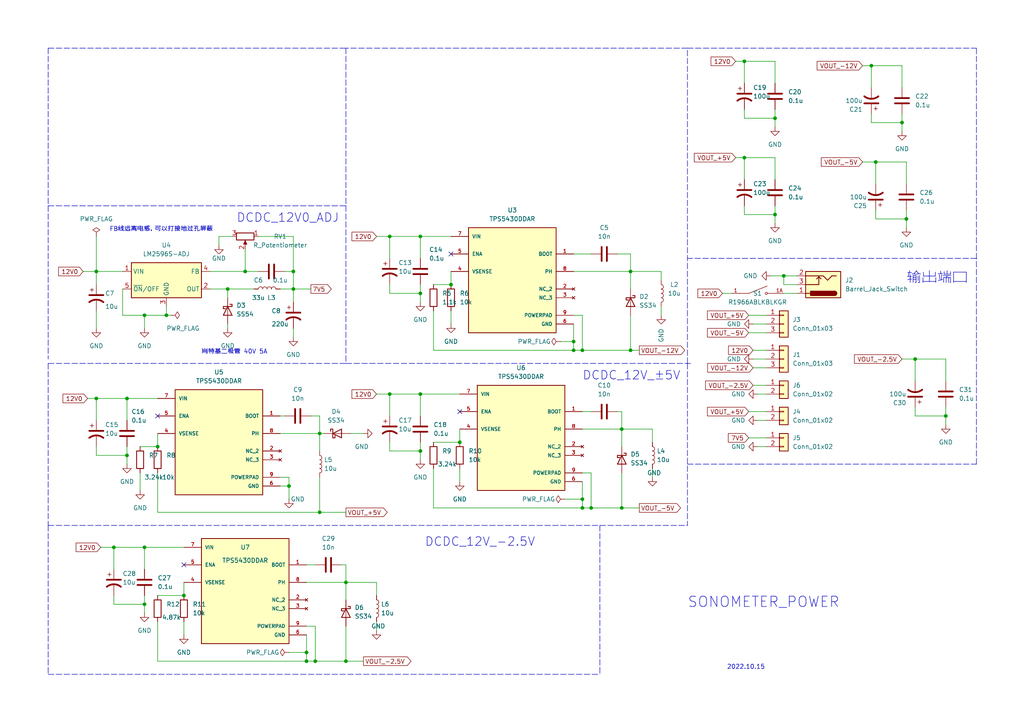
<source format=kicad_sch>
(kicad_sch (version 20211123) (generator eeschema)
  (paper "A4")
  (lib_symbols
    (symbol "Connector:Barrel_Jack_Switch" (pin_names hide)
      (property "Reference" "J" (at 0 5.334 0))
      (property "Value" "Barrel_Jack_Switch" (at 0 -5.08 0))
      (symbol "Barrel_Jack_Switch_0_1"
        (rectangle (start -5.08 3.81) (end 5.08 -3.81) (stroke (width 0.254)) (fill (type background)))
        (arc (start -3.302 3.175) (mid -3.937 2.54) (end -3.302 1.905) (stroke (width 0.254)))
        (arc (start -3.302 3.175) (mid -3.937 2.54) (end -3.302 1.905) (stroke (width 0.254)) (fill (type outline)))
        (polyline (pts (xy 1.27 -2.286) (xy 1.905 -1.651)) (stroke (width 0.254)))
        (polyline (pts (xy 5.08 2.54) (xy 3.81 2.54)) (stroke (width 0.254)))
        (polyline (pts (xy 5.08 0) (xy 1.27 0) (xy 1.27 -2.286) (xy 0.635 -1.651)) (stroke (width 0.254)))
        (polyline (pts (xy -3.81 -2.54) (xy -2.54 -2.54) (xy -1.27 -1.27) (xy 0 -2.54) (xy 2.54 -2.54) (xy 5.08 -2.54)) (stroke (width 0.254)))
        (rectangle (start 3.683 3.175) (end -3.302 1.905) (stroke (width 0.254)) (fill (type outline)))
      )
      (symbol "Barrel_Jack_Switch_1_1"
        (pin passive line (at 7.62 2.54 180) (length 2.54) (name "~") (number "1"))
        (pin passive line (at 7.62 -2.54 180) (length 2.54) (name "~") (number "2"))
        (pin passive line (at 7.62 0 180) (length 2.54) (name "~") (number "3"))
      )
    )
    (symbol "Connector_Generic:Conn_01x02" (pin_names (offset 1.016) hide)
      (property "Reference" "J" (at 0 2.54 0))
      (property "Value" "Conn_01x02" (at 0 -5.08 0))
      (symbol "Conn_01x02_1_1"
        (rectangle (start -1.27 -2.413) (end 0 -2.667) (stroke (width 0.1524)))
        (rectangle (start -1.27 0.127) (end 0 -0.127) (stroke (width 0.1524)))
        (rectangle (start -1.27 1.27) (end 1.27 -3.81) (stroke (width 0.254)) (fill (type background)))
        (pin passive line (at -5.08 0 0) (length 3.81) (name "Pin_1") (number "1"))
        (pin passive line (at -5.08 -2.54 0) (length 3.81) (name "Pin_2") (number "2"))
      )
    )
    (symbol "Connector_Generic:Conn_01x03" (pin_names (offset 1.016) hide)
      (property "Reference" "J" (at 0 5.08 0))
      (property "Value" "Conn_01x03" (at 0 -5.08 0))
      (symbol "Conn_01x03_1_1"
        (rectangle (start -1.27 -2.413) (end 0 -2.667) (stroke (width 0.1524)))
        (rectangle (start -1.27 0.127) (end 0 -0.127) (stroke (width 0.1524)))
        (rectangle (start -1.27 2.667) (end 0 2.413) (stroke (width 0.1524)))
        (rectangle (start -1.27 3.81) (end 1.27 -3.81) (stroke (width 0.254)) (fill (type background)))
        (pin passive line (at -5.08 2.54 0) (length 3.81) (name "Pin_1") (number "1"))
        (pin passive line (at -5.08 0 0) (length 3.81) (name "Pin_2") (number "2"))
        (pin passive line (at -5.08 -2.54 0) (length 3.81) (name "Pin_3") (number "3"))
      )
    )
    (symbol "Device:C" (pin_numbers hide) (pin_names (offset 0.254))
      (property "Reference" "C" (at 0.635 2.54 0))
      (property "Value" "C" (at 0.635 -2.54 0))
      (symbol "C_0_1"
        (polyline (pts (xy -2.032 -0.762) (xy 2.032 -0.762)) (stroke (width 0.508)))
        (polyline (pts (xy -2.032 0.762) (xy 2.032 0.762)) (stroke (width 0.508)))
      )
      (symbol "C_1_1"
        (pin passive line (at 0 3.81 270) (length 2.794) (name "~") (number "1"))
        (pin passive line (at 0 -3.81 90) (length 2.794) (name "~") (number "2"))
      )
    )
    (symbol "Device:C_Polarized_US" (pin_numbers hide) (pin_names (offset 0.254) hide)
      (property "Reference" "C" (at 0.635 2.54 0))
      (property "Value" "C_Polarized_US" (at 0.635 -2.54 0))
      (symbol "C_Polarized_US_0_1"
        (polyline (pts (xy -2.032 0.762) (xy 2.032 0.762)) (stroke (width 0.508)))
        (polyline (pts (xy -1.778 2.286) (xy -0.762 2.286)))
        (polyline (pts (xy -1.27 1.778) (xy -1.27 2.794)))
        (arc (start 2.032 -1.27) (mid 0 -0.5572) (end -2.032 -1.27) (stroke (width 0.508)))
      )
      (symbol "C_Polarized_US_1_1"
        (pin passive line (at 0 3.81 270) (length 2.794) (name "~") (number "1"))
        (pin passive line (at 0 -3.81 90) (length 3.302) (name "~") (number "2"))
      )
    )
    (symbol "Device:D_Schottky" (pin_numbers hide) (pin_names (offset 1.016) hide)
      (property "Reference" "D" (at 0 2.54 0))
      (property "Value" "D_Schottky" (at 0 -2.54 0))
      (symbol "D_Schottky_0_1"
        (polyline (pts (xy 1.27 0) (xy -1.27 0)))
        (polyline (pts (xy 1.27 1.27) (xy 1.27 -1.27) (xy -1.27 0) (xy 1.27 1.27)) (stroke (width 0.254)))
        (polyline (pts (xy -1.905 0.635) (xy -1.905 1.27) (xy -1.27 1.27) (xy -1.27 -1.27) (xy -0.635 -1.27) (xy -0.635 -0.635)) (stroke (width 0.254)))
      )
      (symbol "D_Schottky_1_1"
        (pin passive line (at -3.81 0 0) (length 2.54) (name "K") (number "1"))
        (pin passive line (at 3.81 0 180) (length 2.54) (name "A") (number "2"))
      )
    )
    (symbol "Device:L" (pin_numbers hide) (pin_names (offset 1.016) hide)
      (property "Reference" "L" (at -1.27 0 90))
      (property "Value" "L" (at 1.905 0 90))
      (symbol "L_0_1"
        (arc (start 0 -2.54) (mid 0.635 -1.905) (end 0 -1.27))
        (arc (start 0 -1.27) (mid 0.635 -0.635) (end 0 0))
        (arc (start 0 0) (mid 0.635 0.635) (end 0 1.27))
        (arc (start 0 1.27) (mid 0.635 1.905) (end 0 2.54))
      )
      (symbol "L_1_1"
        (pin passive line (at 0 3.81 270) (length 1.27) (name "1") (number "1"))
        (pin passive line (at 0 -3.81 90) (length 1.27) (name "2") (number "2"))
      )
    )
    (symbol "Device:R" (pin_numbers hide) (pin_names (offset 0))
      (property "Reference" "R" (at 2.032 0 90))
      (property "Value" "R" (at 0 0 90))
      (symbol "R_0_1"
        (rectangle (start -1.016 -2.54) (end 1.016 2.54) (stroke (width 0.254)))
      )
      (symbol "R_1_1"
        (pin passive line (at 0 3.81 270) (length 1.27) (name "~") (number "1"))
        (pin passive line (at 0 -3.81 90) (length 1.27) (name "~") (number "2"))
      )
    )
    (symbol "Device:R_Potentiometer" (pin_names (offset 1.016) hide)
      (property "Reference" "RV" (at -4.445 0 90))
      (property "Value" "R_Potentiometer" (at -2.54 0 90))
      (symbol "R_Potentiometer_0_1"
        (polyline (pts (xy 2.54 0) (xy 1.524 0)))
        (polyline (pts (xy 1.143 0) (xy 2.286 0.508) (xy 2.286 -0.508) (xy 1.143 0)) (fill (type outline)))
        (rectangle (start 1.016 2.54) (end -1.016 -2.54) (stroke (width 0.254)))
      )
      (symbol "R_Potentiometer_1_1"
        (pin passive line (at 0 3.81 270) (length 1.27) (name "1") (number "1"))
        (pin passive line (at 3.81 0 180) (length 1.27) (name "2") (number "2"))
        (pin passive line (at 0 -3.81 90) (length 1.27) (name "3") (number "3"))
      )
    )
    (symbol "Power_Management:TPS5430DDAR" (pin_names (offset 1.016))
      (property "Reference" "U" (at -12.7 16.2306 0))
      (property "Value" "TPS5430DDAR" (at -12.7 -19.2278 0))
      (symbol "TPS5430DDAR_0_0"
        (rectangle (start -12.7 -15.24) (end 12.7 15.24) (stroke (width 0.254)) (fill (type background)))
        (pin output line (at 17.78 7.62 180) (length 5.08) (name "BOOT") (number "1"))
        (pin no_connect line (at 17.78 -2.54 180) (length 5.08) (name "NC_2") (number "2"))
        (pin no_connect line (at 17.78 -5.08 180) (length 5.08) (name "NC_3") (number "3"))
        (pin input line (at -17.78 2.54 0) (length 5.08) (name "VSENSE") (number "4"))
        (pin input line (at -17.78 7.62 0) (length 5.08) (name "ENA") (number "5"))
        (pin power_in line (at 17.78 -12.7 180) (length 5.08) (name "GND") (number "6"))
        (pin power_in line (at -17.78 12.7 0) (length 5.08) (name "VIN") (number "7"))
        (pin bidirectional line (at 17.78 2.54 180) (length 5.08) (name "PH") (number "8"))
        (pin power_in line (at 17.78 -10.16 180) (length 5.08) (name "POWERPAD") (number "9"))
      )
    )
    (symbol "Regulator_Switching:LM2596S-ADJ"
      (property "Reference" "U" (at -10.16 6.35 0))
      (property "Value" "LM2596S-ADJ" (at 0 6.35 0))
      (symbol "LM2596S-ADJ_0_1"
        (rectangle (start -10.16 5.08) (end 10.16 -5.08) (stroke (width 0.254)) (fill (type background)))
      )
      (symbol "LM2596S-ADJ_1_1"
        (pin power_in line (at -12.7 2.54 0) (length 2.54) (name "VIN") (number "1"))
        (pin output line (at 12.7 -2.54 180) (length 2.54) (name "OUT") (number "2"))
        (pin power_in line (at 0 -7.62 90) (length 2.54) (name "GND") (number "3"))
        (pin input line (at 12.7 2.54 180) (length 2.54) (name "FB") (number "4"))
        (pin input line (at -12.7 -2.54 0) (length 2.54) (name "~{ON}/OFF") (number "5"))
      )
    )
    (symbol "Switch:R1966ABLKBLKGR" (pin_names (offset 1.016) hide)
      (property "Reference" "S" (at -5.08 5.08 0))
      (property "Value" "R1966ABLKBLKGR" (at -5.08 -5.08 0))
      (symbol "R1966ABLKBLKGR_0_0"
        (polyline (pts (xy -2.54 0) (xy -5.08 0)) (stroke (width 0.1524)))
        (polyline (pts (xy -2.54 0) (xy 2.794 2.1336)) (stroke (width 0.1524)))
        (polyline (pts (xy 5.08 0) (xy 2.921 0)) (stroke (width 0.1524)))
        (circle (center 2.54 0) (radius 0.3302) (stroke (width 0.1524)))
        (pin passive line (at -7.62 0 0) (length 2.54) (name "~") (number "1"))
        (pin passive line (at 7.62 0 180) (length 2.54) (name "~") (number "1A"))
      )
    )
    (symbol "power:GND" (power) (pin_names (offset 0))
      (property "Value" "GND" (at 0 -3.81 0))
      (symbol "GND_0_1"
        (polyline (pts (xy 0 0) (xy 0 -1.27) (xy 1.27 -1.27) (xy 0 -2.54) (xy -1.27 -1.27) (xy 0 -1.27)))
      )
      (symbol "GND_1_1"
        (pin power_in line (at 0 0 270) (length 0) hide (name "GND") (number "1"))
      )
    )
    (symbol "power:PWR_FLAG" (power) (pin_numbers hide) (pin_names (offset 0) hide)
      (property "Value" "PWR_FLAG" (at 0 3.81 0))
      (symbol "PWR_FLAG_0_0"
        (pin power_out line (at 0 0 90) (length 0) (name "pwr") (number "1"))
      )
      (symbol "PWR_FLAG_0_1"
        (polyline (pts (xy 0 0) (xy 0 1.27) (xy -1.016 1.905) (xy 0 2.54) (xy 1.016 1.905) (xy 0 1.27)))
      )
    )
  )
  (junction (at 168.91 147.32))
  (junction (at 71.12 78.74))
  (junction (at 168.91 144.78))
  (junction (at 27.94 115.57))
  (junction (at 41.91 158.75))
  (junction (at 92.71 148.59))
  (junction (at 180.34 124.46))
  (junction (at 121.92 130.81))
  (junction (at 100.33 168.91))
  (junction (at 227.33 80.01))
  (junction (at 113.03 68.58))
  (junction (at 166.37 99.06))
  (junction (at 36.83 132.08))
  (junction (at 41.91 91.44))
  (junction (at 27.94 78.74))
  (junction (at 182.88 78.74))
  (junction (at 274.32 120.65))
  (junction (at 121.92 85.09))
  (junction (at 100.33 191.77))
  (junction (at 85.09 83.82))
  (junction (at 168.91 101.6))
  (junction (at 45.72 129.54))
  (junction (at 48.26 91.44))
  (junction (at 53.34 172.72))
  (junction (at 180.34 147.32))
  (junction (at 261.62 35.56))
  (junction (at 130.81 82.55))
  (junction (at 121.92 68.58))
  (junction (at 224.79 34.29))
  (junction (at 33.02 158.75))
  (junction (at 88.9 189.23))
  (junction (at 36.83 115.57))
  (junction (at 92.71 125.73))
  (junction (at 66.04 83.82))
  (junction (at 85.09 78.74))
  (junction (at 91.44 191.77))
  (junction (at 121.92 114.3))
  (junction (at 133.35 128.27))
  (junction (at 224.79 62.23))
  (junction (at 252.73 19.05))
  (junction (at 182.88 101.6))
  (junction (at 166.37 101.6))
  (junction (at 215.9 17.78))
  (junction (at 215.9 45.72))
  (junction (at 262.89 63.5))
  (junction (at 88.9 191.77))
  (junction (at 83.82 140.97))
  (junction (at 265.43 104.14))
  (junction (at 113.03 114.3))
  (junction (at 41.91 175.26))
  (junction (at 171.45 147.32))
  (junction (at 254 46.99))
  (no_connect (at 130.81 73.66))
  (no_connect (at 133.35 119.38))
  (no_connect (at 45.72 120.65))
  (no_connect (at 53.34 163.83))
  (polyline (pts (xy 199.39 105.41) (xy 199.39 152.4)))
  (wire (pts (xy 171.45 137.16) (xy 171.45 147.32)))
  (wire (pts (xy 218.44 104.14) (xy 222.25 104.14)))
  (wire (pts (xy 274.32 118.11) (xy 274.32 120.65)))
  (polyline (pts (xy 13.97 13.97) (xy 13.97 59.69)))
  (wire (pts (xy 88.9 168.91) (xy 100.33 168.91)))
  (wire (pts (xy 33.02 172.72) (xy 33.02 175.26)))
  (wire (pts (xy 182.88 78.74) (xy 191.77 78.74)))
  (wire (pts (xy 125.73 128.27) (xy 133.35 128.27)))
  (wire (pts (xy 262.89 63.5) (xy 262.89 66.04)))
  (wire (pts (xy 265.43 104.14) (xy 274.32 104.14)))
  (wire (pts (xy 252.73 19.05) (xy 252.73 25.4)))
  (wire (pts (xy 35.56 91.44) (xy 41.91 91.44)))
  (wire (pts (xy 45.72 191.77) (xy 88.9 191.77)))
  (wire (pts (xy 180.34 124.46) (xy 180.34 129.54)))
  (wire (pts (xy 36.83 115.57) (xy 45.72 115.57)))
  (wire (pts (xy 218.44 101.6) (xy 222.25 101.6)))
  (wire (pts (xy 45.72 137.16) (xy 45.72 148.59)))
  (wire (pts (xy 121.92 68.58) (xy 121.92 74.93)))
  (wire (pts (xy 92.71 120.65) (xy 90.17 120.65)))
  (wire (pts (xy 209.55 85.09) (xy 212.09 85.09)))
  (wire (pts (xy 81.28 125.73) (xy 92.71 125.73)))
  (wire (pts (xy 180.34 147.32) (xy 185.42 147.32)))
  (wire (pts (xy 113.03 68.58) (xy 121.92 68.58)))
  (wire (pts (xy 252.73 33.02) (xy 252.73 35.56)))
  (wire (pts (xy 168.91 144.78) (xy 168.91 147.32)))
  (wire (pts (xy 27.94 115.57) (xy 36.83 115.57)))
  (polyline (pts (xy 13.97 59.69) (xy 13.97 104.14)))
  (wire (pts (xy 85.09 68.58) (xy 85.09 78.74)))
  (wire (pts (xy 109.22 168.91) (xy 109.22 172.72)))
  (wire (pts (xy 40.64 137.16) (xy 40.64 142.24)))
  (wire (pts (xy 125.73 135.89) (xy 125.73 147.32)))
  (wire (pts (xy 265.43 104.14) (xy 265.43 110.49)))
  (wire (pts (xy 27.94 68.58) (xy 27.94 78.74)))
  (wire (pts (xy 27.94 78.74) (xy 27.94 82.55)))
  (wire (pts (xy 27.94 129.54) (xy 27.94 132.08)))
  (wire (pts (xy 261.62 104.14) (xy 265.43 104.14)))
  (wire (pts (xy 27.94 115.57) (xy 27.94 121.92)))
  (wire (pts (xy 125.73 82.55) (xy 130.81 82.55)))
  (wire (pts (xy 121.92 114.3) (xy 121.92 120.65)))
  (wire (pts (xy 48.26 91.44) (xy 48.26 88.9)))
  (wire (pts (xy 218.44 111.76) (xy 222.25 111.76)))
  (polyline (pts (xy 13.97 152.4) (xy 199.39 152.4)))
  (wire (pts (xy 92.71 125.73) (xy 92.71 120.65)))
  (wire (pts (xy 125.73 147.32) (xy 168.91 147.32)))
  (wire (pts (xy 88.9 163.83) (xy 91.44 163.83)))
  (polyline (pts (xy 13.97 152.4) (xy 13.97 195.58)))
  (wire (pts (xy 41.91 91.44) (xy 48.26 91.44)))
  (polyline (pts (xy 283.21 74.93) (xy 199.39 74.93)))
  (wire (pts (xy 91.44 181.61) (xy 91.44 191.77)))
  (wire (pts (xy 130.81 78.74) (xy 130.81 82.55)))
  (wire (pts (xy 121.92 114.3) (xy 133.35 114.3)))
  (wire (pts (xy 27.94 90.17) (xy 27.94 95.25)))
  (wire (pts (xy 85.09 83.82) (xy 90.17 83.82)))
  (wire (pts (xy 82.55 78.74) (xy 85.09 78.74)))
  (wire (pts (xy 261.62 33.02) (xy 261.62 35.56)))
  (wire (pts (xy 121.92 130.81) (xy 121.92 133.35)))
  (wire (pts (xy 66.04 95.25) (xy 66.04 93.98)))
  (wire (pts (xy 125.73 101.6) (xy 166.37 101.6)))
  (wire (pts (xy 166.37 99.06) (xy 166.37 101.6)))
  (wire (pts (xy 41.91 158.75) (xy 53.34 158.75)))
  (wire (pts (xy 254 60.96) (xy 254 63.5)))
  (wire (pts (xy 100.33 181.61) (xy 100.33 191.77)))
  (wire (pts (xy 40.64 129.54) (xy 45.72 129.54)))
  (wire (pts (xy 252.73 19.05) (xy 261.62 19.05)))
  (wire (pts (xy 166.37 91.44) (xy 168.91 91.44)))
  (polyline (pts (xy 13.97 105.41) (xy 100.33 105.41)))
  (wire (pts (xy 261.62 35.56) (xy 261.62 38.1)))
  (wire (pts (xy 218.44 106.68) (xy 222.25 106.68)))
  (wire (pts (xy 33.02 158.75) (xy 33.02 165.1)))
  (wire (pts (xy 49.53 91.44) (xy 48.26 91.44)))
  (wire (pts (xy 101.6 125.73) (xy 105.41 125.73)))
  (wire (pts (xy 88.9 184.15) (xy 88.9 189.23)))
  (wire (pts (xy 191.77 88.9) (xy 191.77 91.44)))
  (wire (pts (xy 60.96 78.74) (xy 71.12 78.74)))
  (wire (pts (xy 224.79 34.29) (xy 224.79 36.83)))
  (wire (pts (xy 113.03 114.3) (xy 121.92 114.3)))
  (wire (pts (xy 261.62 19.05) (xy 261.62 25.4)))
  (wire (pts (xy 191.77 78.74) (xy 191.77 81.28)))
  (polyline (pts (xy 13.97 105.41) (xy 13.97 152.4)))
  (wire (pts (xy 250.19 19.05) (xy 252.73 19.05)))
  (wire (pts (xy 223.52 80.01) (xy 227.33 80.01)))
  (wire (pts (xy 189.23 124.46) (xy 189.23 128.27)))
  (polyline (pts (xy 199.39 13.97) (xy 100.33 13.97)))
  (wire (pts (xy 24.13 78.74) (xy 27.94 78.74)))
  (wire (pts (xy 133.35 124.46) (xy 133.35 128.27)))
  (wire (pts (xy 182.88 101.6) (xy 185.42 101.6)))
  (wire (pts (xy 109.22 180.34) (xy 109.22 182.88)))
  (wire (pts (xy 180.34 137.16) (xy 180.34 147.32)))
  (wire (pts (xy 71.12 78.74) (xy 71.12 72.39)))
  (wire (pts (xy 85.09 87.63) (xy 85.09 83.82)))
  (wire (pts (xy 113.03 85.09) (xy 121.92 85.09)))
  (wire (pts (xy 83.82 138.43) (xy 83.82 140.97)))
  (wire (pts (xy 66.04 83.82) (xy 73.66 83.82)))
  (wire (pts (xy 168.91 124.46) (xy 180.34 124.46)))
  (wire (pts (xy 262.89 60.96) (xy 262.89 63.5)))
  (wire (pts (xy 168.91 139.7) (xy 168.91 144.78)))
  (wire (pts (xy 41.91 175.26) (xy 41.91 177.8)))
  (wire (pts (xy 109.22 114.3) (xy 113.03 114.3)))
  (wire (pts (xy 231.14 82.55) (xy 227.33 82.55)))
  (wire (pts (xy 217.17 96.52) (xy 222.25 96.52)))
  (wire (pts (xy 45.72 125.73) (xy 45.72 129.54)))
  (wire (pts (xy 45.72 172.72) (xy 53.34 172.72)))
  (wire (pts (xy 252.73 35.56) (xy 261.62 35.56)))
  (wire (pts (xy 53.34 168.91) (xy 53.34 172.72)))
  (wire (pts (xy 125.73 90.17) (xy 125.73 101.6)))
  (polyline (pts (xy 100.33 13.97) (xy 100.33 59.69)))
  (wire (pts (xy 45.72 148.59) (xy 92.71 148.59)))
  (wire (pts (xy 41.91 158.75) (xy 41.91 165.1)))
  (wire (pts (xy 100.33 163.83) (xy 99.06 163.83)))
  (wire (pts (xy 168.91 91.44) (xy 168.91 101.6)))
  (polyline (pts (xy 199.39 13.97) (xy 283.21 13.97)))
  (wire (pts (xy 224.79 17.78) (xy 224.79 24.13)))
  (polyline (pts (xy 13.97 195.58) (xy 173.99 195.58)))
  (wire (pts (xy 36.83 115.57) (xy 36.83 121.92)))
  (wire (pts (xy 81.28 140.97) (xy 83.82 140.97)))
  (wire (pts (xy 166.37 78.74) (xy 182.88 78.74)))
  (wire (pts (xy 215.9 45.72) (xy 224.79 45.72)))
  (wire (pts (xy 36.83 132.08) (xy 36.83 134.62)))
  (wire (pts (xy 180.34 124.46) (xy 189.23 124.46)))
  (wire (pts (xy 83.82 189.23) (xy 88.9 189.23)))
  (wire (pts (xy 168.91 147.32) (xy 171.45 147.32)))
  (wire (pts (xy 25.4 115.57) (xy 27.94 115.57)))
  (wire (pts (xy 113.03 68.58) (xy 113.03 74.93)))
  (wire (pts (xy 166.37 73.66) (xy 171.45 73.66)))
  (wire (pts (xy 81.28 138.43) (xy 83.82 138.43)))
  (wire (pts (xy 113.03 128.27) (xy 113.03 130.81)))
  (wire (pts (xy 33.02 158.75) (xy 41.91 158.75)))
  (wire (pts (xy 113.03 114.3) (xy 113.03 120.65)))
  (wire (pts (xy 74.93 68.58) (xy 85.09 68.58)))
  (wire (pts (xy 166.37 101.6) (xy 168.91 101.6)))
  (wire (pts (xy 215.9 17.78) (xy 224.79 17.78)))
  (wire (pts (xy 215.9 62.23) (xy 224.79 62.23)))
  (wire (pts (xy 121.92 85.09) (xy 121.92 87.63)))
  (wire (pts (xy 227.33 85.09) (xy 231.14 85.09)))
  (wire (pts (xy 63.5 68.58) (xy 63.5 71.12)))
  (wire (pts (xy 215.9 17.78) (xy 215.9 24.13)))
  (wire (pts (xy 222.25 91.44) (xy 217.17 91.44)))
  (wire (pts (xy 182.88 91.44) (xy 182.88 101.6)))
  (wire (pts (xy 265.43 120.65) (xy 274.32 120.65)))
  (wire (pts (xy 213.36 45.72) (xy 215.9 45.72)))
  (wire (pts (xy 88.9 181.61) (xy 91.44 181.61)))
  (wire (pts (xy 85.09 95.25) (xy 85.09 97.79)))
  (wire (pts (xy 224.79 45.72) (xy 224.79 52.07)))
  (wire (pts (xy 71.12 78.74) (xy 74.93 78.74)))
  (polyline (pts (xy 283.21 13.97) (xy 283.21 74.93)))
  (wire (pts (xy 215.9 31.75) (xy 215.9 34.29)))
  (wire (pts (xy 100.33 168.91) (xy 109.22 168.91)))
  (wire (pts (xy 113.03 82.55) (xy 113.03 85.09)))
  (wire (pts (xy 109.22 68.58) (xy 113.03 68.58)))
  (wire (pts (xy 224.79 31.75) (xy 224.79 34.29)))
  (wire (pts (xy 41.91 172.72) (xy 41.91 175.26)))
  (wire (pts (xy 45.72 180.34) (xy 45.72 191.77)))
  (wire (pts (xy 133.35 135.89) (xy 133.35 139.7)))
  (wire (pts (xy 171.45 147.32) (xy 180.34 147.32)))
  (wire (pts (xy 83.82 140.97) (xy 83.82 144.78)))
  (wire (pts (xy 224.79 59.69) (xy 224.79 62.23)))
  (wire (pts (xy 29.21 158.75) (xy 33.02 158.75)))
  (wire (pts (xy 85.09 78.74) (xy 85.09 83.82)))
  (wire (pts (xy 218.44 93.98) (xy 222.25 93.98)))
  (wire (pts (xy 33.02 175.26) (xy 41.91 175.26)))
  (polyline (pts (xy 13.97 59.69) (xy 100.33 59.69)))
  (wire (pts (xy 41.91 91.44) (xy 41.91 95.25)))
  (polyline (pts (xy 100.33 105.41) (xy 200.66 105.41)))
  (wire (pts (xy 182.88 78.74) (xy 182.88 83.82)))
  (wire (pts (xy 121.92 68.58) (xy 130.81 68.58)))
  (wire (pts (xy 254 46.99) (xy 262.89 46.99)))
  (wire (pts (xy 219.71 121.92) (xy 222.25 121.92)))
  (wire (pts (xy 168.91 119.38) (xy 171.45 119.38)))
  (wire (pts (xy 81.28 83.82) (xy 85.09 83.82)))
  (wire (pts (xy 36.83 129.54) (xy 36.83 132.08)))
  (wire (pts (xy 88.9 189.23) (xy 88.9 191.77)))
  (wire (pts (xy 180.34 124.46) (xy 180.34 119.38)))
  (wire (pts (xy 215.9 45.72) (xy 215.9 52.07)))
  (wire (pts (xy 250.19 46.99) (xy 254 46.99)))
  (polyline (pts (xy 173.99 152.4) (xy 173.99 195.58)))
  (wire (pts (xy 168.91 137.16) (xy 171.45 137.16)))
  (wire (pts (xy 113.03 130.81) (xy 121.92 130.81)))
  (wire (pts (xy 35.56 83.82) (xy 35.56 91.44)))
  (polyline (pts (xy 13.97 13.97) (xy 100.33 13.97)))
  (wire (pts (xy 166.37 93.98) (xy 166.37 99.06)))
  (wire (pts (xy 182.88 73.66) (xy 179.07 73.66)))
  (wire (pts (xy 274.32 104.14) (xy 274.32 110.49)))
  (wire (pts (xy 27.94 132.08) (xy 36.83 132.08)))
  (polyline (pts (xy 283.21 134.62) (xy 283.21 74.93)))
  (wire (pts (xy 100.33 168.91) (xy 100.33 173.99)))
  (wire (pts (xy 121.92 82.55) (xy 121.92 85.09)))
  (wire (pts (xy 227.33 80.01) (xy 231.14 80.01)))
  (wire (pts (xy 274.32 120.65) (xy 274.32 123.19)))
  (wire (pts (xy 219.71 129.54) (xy 222.25 129.54)))
  (wire (pts (xy 213.36 17.78) (xy 215.9 17.78)))
  (wire (pts (xy 215.9 34.29) (xy 224.79 34.29)))
  (polyline (pts (xy 199.39 105.41) (xy 199.39 13.97)))
  (wire (pts (xy 254 63.5) (xy 262.89 63.5)))
  (wire (pts (xy 180.34 119.38) (xy 179.07 119.38)))
  (wire (pts (xy 227.33 82.55) (xy 227.33 80.01)))
  (wire (pts (xy 254 46.99) (xy 254 53.34)))
  (wire (pts (xy 100.33 191.77) (xy 105.41 191.77)))
  (wire (pts (xy 27.94 78.74) (xy 35.56 78.74)))
  (wire (pts (xy 92.71 125.73) (xy 92.71 130.81)))
  (wire (pts (xy 67.31 68.58) (xy 63.5 68.58)))
  (wire (pts (xy 60.96 83.82) (xy 66.04 83.82)))
  (polyline (pts (xy 100.33 59.69) (xy 100.33 105.41)))
  (wire (pts (xy 219.71 114.3) (xy 222.25 114.3)))
  (wire (pts (xy 92.71 148.59) (xy 100.33 148.59)))
  (wire (pts (xy 168.91 101.6) (xy 182.88 101.6)))
  (wire (pts (xy 53.34 180.34) (xy 53.34 184.15)))
  (wire (pts (xy 91.44 191.77) (xy 100.33 191.77)))
  (wire (pts (xy 217.17 127) (xy 222.25 127)))
  (wire (pts (xy 121.92 128.27) (xy 121.92 130.81)))
  (wire (pts (xy 265.43 118.11) (xy 265.43 120.65)))
  (wire (pts (xy 163.83 144.78) (xy 168.91 144.78)))
  (wire (pts (xy 162.56 99.06) (xy 166.37 99.06)))
  (wire (pts (xy 215.9 59.69) (xy 215.9 62.23)))
  (wire (pts (xy 88.9 191.77) (xy 91.44 191.77)))
  (wire (pts (xy 81.28 120.65) (xy 82.55 120.65)))
  (wire (pts (xy 100.33 168.91) (xy 100.33 163.83)))
  (wire (pts (xy 224.79 62.23) (xy 224.79 64.77)))
  (wire (pts (xy 130.81 90.17) (xy 130.81 93.98)))
  (wire (pts (xy 217.17 119.38) (xy 222.25 119.38)))
  (wire (pts (xy 189.23 135.89) (xy 189.23 138.43)))
  (polyline (pts (xy 199.39 134.62) (xy 283.21 134.62)))
  (wire (pts (xy 92.71 138.43) (xy 92.71 148.59)))
  (wire (pts (xy 66.04 83.82) (xy 66.04 86.36)))
  (wire (pts (xy 182.88 78.74) (xy 182.88 73.66)))
  (wire (pts (xy 92.71 125.73) (xy 93.98 125.73)))
  (wire (pts (xy 262.89 46.99) (xy 262.89 53.34)))
  (text "DCDC_12V_±5V" (at 168.91 110.49 0) (effects (font (size 2.5 2.5)) (justify left bottom)))
  (text "DCDC_12V0_ADJ" (at 68.58 64.77 0) (effects (font (size 2.5 2.5)) (justify left bottom)))
  (text "SONOMETER_POWER" (at 199.39 176.53 0) (effects (font (size 3 3)) (justify left bottom)))
  (text "2022.10.15" (at 210.82 194.31 0) (effects (font (size 1.27 1.27)) (justify left bottom)))
  (text "FB线远离电感，可以打接地过孔屏蔽" (at 31.75 67.31 0) (effects (font (size 1.27 1.27)) (justify left bottom)))
  (text "输出端口" (at 262.89 82.55 0) (effects (font (size 3 3)) (justify left bottom)))
  (text "肖特基二极管 40V 5A" (at 58.42 102.87 0) (effects (font (size 1.27 1.27)) (justify left bottom)))
  (text "DCDC_12V_-2.5V" (at 123.19 158.75 0) (effects (font (size 2.5 2.5)) (justify left bottom)))
  (global_label "VOUT_-12V" (shape input) (at 218.44 106.68 180) (property "Intersheet References" "${INTERSHEET_REFS}" (effects hide)))
  (global_label "12V0" (shape input) (at 29.21 158.75 180) (property "Intersheet References" "${INTERSHEET_REFS}" (effects hide)))
  (global_label "VOUT_-5V" (shape output) (at 185.42 147.32 0) (property "Intersheet References" "${INTERSHEET_REFS}" (effects hide)))
  (global_label "12V0" (shape input) (at 209.55 85.09 180) (property "Intersheet References" "${INTERSHEET_REFS}" (effects hide)))
  (global_label "12V0" (shape input) (at 218.44 101.6 180) (property "Intersheet References" "${INTERSHEET_REFS}" (effects hide)))
  (global_label "12V0" (shape input) (at 25.4 115.57 180) (property "Intersheet References" "${INTERSHEET_REFS}" (effects hide)))
  (global_label "VOUT_-5V" (shape input) (at 217.17 96.52 180) (property "Intersheet References" "${INTERSHEET_REFS}" (effects hide)))
  (global_label "VOUT_+5V" (shape output) (at 100.33 148.59 0) (property "Intersheet References" "${INTERSHEET_REFS}" (effects hide)))
  (global_label "VOUT_-2.5V" (shape output) (at 105.41 191.77 0) (property "Intersheet References" "${INTERSHEET_REFS}" (effects hide)))
  (global_label "VOUT_-5V" (shape input) (at 250.19 46.99 180) (property "Intersheet References" "${INTERSHEET_REFS}" (effects hide)))
  (global_label "12V0" (shape input) (at 109.22 114.3 180) (property "Intersheet References" "${INTERSHEET_REFS}" (effects hide)))
  (global_label "12V0" (shape input) (at 109.22 68.58 180) (property "Intersheet References" "${INTERSHEET_REFS}" (effects hide)))
  (global_label "12V0" (shape input) (at 24.13 78.74 180) (property "Intersheet References" "${INTERSHEET_REFS}" (effects hide)))
  (global_label "12V0" (shape input) (at 213.36 17.78 180) (property "Intersheet References" "${INTERSHEET_REFS}" (effects hide)))
  (global_label "VOUT_+5V" (shape input) (at 213.36 45.72 180) (property "Intersheet References" "${INTERSHEET_REFS}" (effects hide)))
  (global_label "VOUT_-2.5V" (shape input) (at 261.62 104.14 180) (property "Intersheet References" "${INTERSHEET_REFS}" (effects hide)))
  (global_label "7V5" (shape input) (at 217.17 127 180) (property "Intersheet References" "${INTERSHEET_REFS}" (effects hide)))
  (global_label "7V5" (shape output) (at 90.17 83.82 0) (property "Intersheet References" "${INTERSHEET_REFS}" (effects hide)))
  (global_label "VOUT_+5V" (shape input) (at 217.17 91.44 180) (property "Intersheet References" "${INTERSHEET_REFS}" (effects hide)))
  (global_label "VOUT_-12V" (shape input) (at 250.19 19.05 180) (property "Intersheet References" "${INTERSHEET_REFS}" (effects hide)))
  (global_label "VOUT_-12V" (shape output) (at 185.42 101.6 0) (property "Intersheet References" "${INTERSHEET_REFS}" (effects hide)))
  (global_label "VOUT_-2.5V" (shape input) (at 218.44 111.76 180) (property "Intersheet References" "${INTERSHEET_REFS}" (effects hide)))
  (global_label "VOUT_+5V" (shape input) (at 217.17 119.38 180) (property "Intersheet References" "${INTERSHEET_REFS}" (effects hide)))
  (symbol (lib_id "power:GND") (at 262.89 66.04 0) (unit 1)
    (property "Reference" "#PWR028" (effects hide))
    (property "Value" "GND" (at 262.89 71.12 0))
  )
  (symbol (lib_id "power:GND") (at 53.34 184.15 0) (unit 1)
    (property "Reference" "#PWR021" (effects hide))
    (property "Value" "GND" (at 53.34 189.23 0))
  )
  (symbol (lib_id "Device:C_Polarized_US") (at 27.94 125.73 0) (unit 1)
    (property "Reference" "C15" (at 30.48 123.19 0) (effects (justify left)))
    (property "Value" "10u" (at 30.48 125.73 0) (effects (justify left)))
    (property "Footprint" "Capacitor_SMD:C_0805_2012Metric" (effects hide))
  )
  (symbol (lib_id "Device:C_Polarized_US") (at 265.43 114.3 180) (unit 1)
    (property "Reference" "C30" (at 262.89 116.84 0) (effects (justify left)))
    (property "Value" "100u" (at 262.89 114.3 0) (effects (justify left)))
    (property "Footprint" "Capacitor_SMD:C_0805_2012Metric" (effects hide))
  )
  (symbol (lib_id "Device:R") (at 53.34 176.53 0) (unit 1)
    (property "Reference" "R11" (at 55.88 175.2599 0) (effects (justify left)))
    (property "Value" "10k" (at 55.88 177.7999 0) (effects (justify left)))
    (property "Footprint" "Resistor_SMD:R_0805_2012Metric" (effects hide))
  )
  (symbol (lib_id "power:GND") (at 85.09 97.79 0) (unit 1)
    (property "Reference" "#PWR015" (effects hide))
    (property "Value" "GND" (at 85.09 102.87 0))
  )
  (symbol (lib_id "Power_Management:TPS5430DDAR") (at 71.12 171.45 0) (unit 1)
    (property "Reference" "U7" (at 71.12 158.75 0))
    (property "Value" "TPS5430DDAR" (at 71.12 162.56 0))
    (property "Footprint" "Button_Switch_SMD:CONV_TPS5430DDAR" (effects hide))
    (property "PARTREV" "I" (effects hide))
    (property "MAXIMUM_PACKAGE_HEIGHT" "1.70 mm" (effects hide))
    (property "STANDARD" "Manufacturer Recommendations" (effects hide))
    (property "MANUFACTURER" "Texas Instruments" (effects hide))
  )
  (symbol (lib_id "Device:C_Polarized_US") (at 33.02 168.91 0) (unit 1)
    (property "Reference" "C28" (at 35.56 166.37 0) (effects (justify left)))
    (property "Value" "10u" (at 35.56 168.91 0) (effects (justify left)))
    (property "Footprint" "Capacitor_SMD:C_0805_2012Metric" (effects hide))
  )
  (symbol (lib_id "power:GND") (at 41.91 177.8 0) (unit 1)
    (property "Reference" "#PWR034" (effects hide))
    (property "Value" "GND" (at 41.91 182.88 0))
  )
  (symbol (lib_id "Device:D_Schottky") (at 66.04 90.17 270) (unit 1)
    (property "Reference" "D3" (at 68.58 88.5824 90) (effects (justify left)))
    (property "Value" "SS54" (at 68.58 91.1224 90) (effects (justify left)))
    (property "Footprint" "Diode_SMD:D_0805_2012Metric" (effects hide))
  )
  (symbol (lib_id "Device:C") (at 224.79 27.94 0) (unit 1)
    (property "Reference" "C20" (at 228.6 26.6699 0) (effects (justify left)))
    (property "Value" "0.1u" (at 228.6 29.2099 0) (effects (justify left)))
    (property "Footprint" "Capacitor_SMD:C_0805_2012Metric" (effects hide))
  )
  (symbol (lib_id "Connector:Barrel_Jack_Switch") (at 238.76 82.55 180) (unit 1)
    (property "Reference" "J2" (at 245.11 81.2799 0) (effects (justify right)))
    (property "Value" "Barrel_Jack_Switch" (at 245.11 83.8199 0) (effects (justify right)))
    (property "Footprint" "Connector_BarrelJack:BarrelJack_Horizontal" (effects hide))
  )
  (symbol (lib_id "Device:C_Polarized_US") (at 215.9 55.88 0) (unit 1)
    (property "Reference" "C23" (at 218.44 53.34 0) (effects (justify left)))
    (property "Value" "100u" (at 218.44 55.88 0) (effects (justify left)))
    (property "Footprint" "Capacitor_SMD:C_0805_2012Metric" (effects hide))
  )
  (symbol (lib_id "Device:L") (at 191.77 85.09 0) (unit 1)
    (property "Reference" "L2" (at 195.58 82.55 0))
    (property "Value" "10u" (at 195.58 85.09 0))
    (property "Footprint" "Inductor_SMD:L_7.3x7.3_H3.5" (effects hide))
  )
  (symbol (lib_id "Device:R") (at 125.73 86.36 0) (unit 1)
    (property "Reference" "R5" (at 128.27 85.0899 0) (effects (justify left)))
    (property "Value" "1.1k" (at 128.27 87.6299 0) (effects (justify left)))
    (property "Footprint" "Resistor_SMD:R_0805_2012Metric" (effects hide))
  )
  (symbol (lib_id "power:GND") (at 224.79 64.77 0) (unit 1)
    (property "Reference" "#PWR027" (effects hide))
    (property "Value" "GND" (at 224.79 69.85 0))
  )
  (symbol (lib_id "power:GND") (at 133.35 139.7 0) (unit 1)
    (property "Reference" "#PWR019" (effects hide))
    (property "Value" "GND" (at 133.35 144.78 0))
  )
  (symbol (lib_id "power:GND") (at 218.44 93.98 270) (unit 1)
    (property "Reference" "#PWR031" (effects hide))
    (property "Value" "GND" (at 210.82 93.98 90) (effects (justify left)))
  )
  (symbol (lib_id "Power_Management:TPS5430DDAR") (at 151.13 127 0) (unit 1)
    (property "Reference" "U6" (at 151.13 106.68 0))
    (property "Value" "TPS5430DDAR" (at 151.13 109.22 0))
    (property "Footprint" "Button_Switch_SMD:CONV_TPS5430DDAR" (effects hide))
    (property "PARTREV" "I" (effects hide))
    (property "MAXIMUM_PACKAGE_HEIGHT" "1.70 mm" (effects hide))
    (property "STANDARD" "Manufacturer Recommendations" (effects hide))
    (property "MANUFACTURER" "Texas Instruments" (effects hide))
  )
  (symbol (lib_id "Device:R") (at 130.81 86.36 0) (unit 1)
    (property "Reference" "R6" (at 133.35 85.0899 0) (effects (justify left)))
    (property "Value" "10k" (at 133.35 87.6299 0) (effects (justify left)))
    (property "Footprint" "Resistor_SMD:R_0805_2012Metric" (effects hide))
  )
  (symbol (lib_id "Regulator_Switching:LM2596S-ADJ") (at 48.26 81.28 0) (unit 1)
    (property "Reference" "U4" (at 48.26 71.12 0))
    (property "Value" "LM2596S-ADJ" (at 48.26 73.66 0))
    (property "Footprint" "Package_TO_SOT_SMD:TO-263-5_TabPin3" (effects hide))
    (property "Datasheet" "http://www.ti.com/lit/ds/symlink/lm2596.pdf" (effects hide))
    (property "Spice_Primitive" "X" (effects hide))
    (property "Spice_Model" "BUF_BASIC_GEN" (effects hide))
    (property "Spice_Netlist_Enabled" "Y" (effects hide))
    (property "Spice_Lib_File" "D:\\KiCad\\LM2596SX_ADJ-simulation\\LM2596_5P0_TRANS.LIB" (effects hide))
  )
  (symbol (lib_id "Device:C") (at 86.36 120.65 90) (unit 1)
    (property "Reference" "C9" (at 86.36 113.03 90))
    (property "Value" "10n" (at 86.36 115.57 90))
    (property "Footprint" "Capacitor_SMD:C_0805_2012Metric" (effects hide))
  )
  (symbol (lib_id "Device:C_Polarized_US") (at 27.94 86.36 0) (unit 1)
    (property "Reference" "C7" (at 30.48 85.09 0) (effects (justify left)))
    (property "Value" "10u" (at 30.48 88.9 0) (effects (justify left)))
    (property "Footprint" "Capacitor_SMD:C_0805_2012Metric" (effects hide))
  )
  (symbol (lib_id "Device:C_Polarized_US") (at 252.73 29.21 180) (unit 1)
    (property "Reference" "C21" (at 250.19 31.75 0) (effects (justify left)))
    (property "Value" "100u" (at 250.19 29.21 0) (effects (justify left)))
    (property "Footprint" "Capacitor_SMD:C_0805_2012Metric" (effects hide))
  )
  (symbol (lib_id "Device:R") (at 45.72 176.53 0) (unit 1)
    (property "Reference" "R12" (at 48.26 175.2599 0) (effects (justify left)))
    (property "Value" "4.87k" (at 46.99 179.07 0) (effects (justify left)))
    (property "Footprint" "Resistor_SMD:R_0805_2012Metric" (effects hide))
  )
  (symbol (lib_id "Device:C") (at 274.32 114.3 0) (unit 1)
    (property "Reference" "C31" (at 278.13 113.0299 0) (effects (justify left)))
    (property "Value" "0.1u" (at 278.13 115.5699 0) (effects (justify left)))
    (property "Footprint" "Capacitor_SMD:C_0805_2012Metric" (effects hide))
  )
  (symbol (lib_id "power:GND") (at 219.71 121.92 270) (unit 1)
    (property "Reference" "#PWR032" (effects hide))
    (property "Value" "GND" (at 212.09 121.92 90) (effects (justify left)))
  )
  (symbol (lib_id "Device:L") (at 92.71 134.62 0) (unit 1)
    (property "Reference" "L5" (at 93.98 133.3499 0) (effects (justify left)))
    (property "Value" "10u" (at 93.98 135.8899 0) (effects (justify left)))
    (property "Footprint" "Inductor_SMD:L_7.3x7.3_H3.5" (effects hide))
  )
  (symbol (lib_id "Device:R") (at 133.35 132.08 0) (unit 1)
    (property "Reference" "R10" (at 135.89 130.8099 0) (effects (justify left)))
    (property "Value" "10k" (at 135.89 133.3499 0) (effects (justify left)))
    (property "Footprint" "Resistor_SMD:R_0805_2012Metric" (effects hide))
  )
  (symbol (lib_id "power:GND") (at 274.32 123.19 0) (unit 1)
    (property "Reference" "#PWR030" (effects hide))
    (property "Value" "GND" (at 274.32 128.27 0))
  )
  (symbol (lib_id "power:GND") (at 121.92 87.63 0) (unit 1)
    (property "Reference" "#PWR0101" (effects hide))
    (property "Value" "GND" (at 121.92 92.71 0))
  )
  (symbol (lib_id "Device:L") (at 77.47 83.82 90) (unit 1)
    (property "Reference" "L3" (at 78.74 86.36 90))
    (property "Value" "33u" (at 74.93 86.36 90))
    (property "Footprint" "Inductor_SMD:L_7.3x7.3_H3.5" (effects hide))
  )
  (symbol (lib_id "Device:C_Polarized_US") (at 85.09 91.44 0) (unit 1)
    (property "Reference" "C8" (at 78.74 90.17 0) (effects (justify left)))
    (property "Value" "220u" (at 78.74 93.98 0) (effects (justify left)))
    (property "Footprint" "Capacitor_SMD:C_0805_2012Metric" (effects hide))
  )
  (symbol (lib_id "power:PWR_FLAG") (at 163.83 144.78 90) (unit 1)
    (property "Reference" "#FLG0101" (effects hide))
    (property "Value" "PWR_FLAG" (at 156.21 144.78 90))
  )
  (symbol (lib_id "power:GND") (at 63.5 71.12 0) (unit 1)
    (property "Reference" "#PWR09" (effects hide))
    (property "Value" "GND" (at 63.5 74.93 0))
  )
  (symbol (lib_id "Device:C") (at 261.62 29.21 0) (unit 1)
    (property "Reference" "C22" (at 265.43 27.9399 0) (effects (justify left)))
    (property "Value" "0.1u" (at 265.43 30.4799 0) (effects (justify left)))
    (property "Footprint" "Capacitor_SMD:C_0805_2012Metric" (effects hide))
  )
  (symbol (lib_id "power:GND") (at 36.83 134.62 0) (unit 1)
    (property "Reference" "#PWR023" (effects hide))
    (property "Value" "GND" (at 36.83 139.7 0))
  )
  (symbol (lib_id "Device:D_Schottky") (at 97.79 125.73 0) (unit 1)
    (property "Reference" "D4" (at 97.4725 119.38 0))
    (property "Value" "SS34" (at 97.4725 121.92 0))
    (property "Footprint" "Diode_SMD:D_0805_2012Metric" (effects hide))
  )
  (symbol (lib_id "Device:D_Schottky") (at 182.88 87.63 270) (unit 1)
    (property "Reference" "D2" (at 185.42 86.0424 90) (effects (justify left)))
    (property "Value" "SS34" (at 185.42 88.5824 90) (effects (justify left)))
    (property "Footprint" "Diode_SMD:D_0805_2012Metric" (effects hide))
  )
  (symbol (lib_id "Device:L") (at 189.23 132.08 0) (unit 1)
    (property "Reference" "L4" (at 190.5 130.8099 0) (effects (justify left)))
    (property "Value" "10u" (at 190.5 133.3499 0) (effects (justify left)))
    (property "Footprint" "Inductor_SMD:L_7.3x7.3_H3.5" (effects hide))
  )
  (symbol (lib_id "power:PWR_FLAG") (at 83.82 189.23 90) (unit 1)
    (property "Reference" "#FLG04" (effects hide))
    (property "Value" "PWR_FLAG" (at 76.2 189.23 90))
  )
  (symbol (lib_id "power:GND") (at 223.52 80.01 270) (unit 1)
    (property "Reference" "#PWR0103" (effects hide))
    (property "Value" "GND" (at 219.71 80.0101 90) (effects (justify right)))
  )
  (symbol (lib_id "Device:R") (at 125.73 132.08 0) (unit 1)
    (property "Reference" "R9" (at 128.27 130.8099 0) (effects (justify left)))
    (property "Value" "3.24k" (at 127 134.62 0) (effects (justify left)))
    (property "Footprint" "Resistor_SMD:R_0805_2012Metric" (effects hide))
  )
  (symbol (lib_id "power:GND") (at 224.79 36.83 0) (unit 1)
    (property "Reference" "#PWR025" (effects hide))
    (property "Value" "GND" (at 224.79 41.91 0))
  )
  (symbol (lib_id "Power_Management:TPS5430DDAR") (at 63.5 128.27 0) (unit 1)
    (property "Reference" "U5" (at 63.5 107.95 0))
    (property "Value" "TPS5430DDAR" (at 63.5 110.49 0))
    (property "Footprint" "Button_Switch_SMD:CONV_TPS5430DDAR" (effects hide))
    (property "PARTREV" "I" (effects hide))
    (property "MAXIMUM_PACKAGE_HEIGHT" "1.70 mm" (effects hide))
    (property "STANDARD" "Manufacturer Recommendations" (effects hide))
    (property "MANUFACTURER" "Texas Instruments" (effects hide))
  )
  (symbol (lib_id "Device:R_Potentiometer") (at 71.12 68.58 270) (unit 1)
    (property "Reference" "RV1" (at 81.28 68.58 90))
    (property "Value" "R_Potentiometer" (at 81.28 71.12 90))
    (property "Footprint" "Potentiometer_THT:Potentiometer_Bourns_3296W_Vertical" (effects hide))
  )
  (symbol (lib_id "Device:C") (at 224.79 55.88 0) (unit 1)
    (property "Reference" "C24" (at 228.6 54.6099 0) (effects (justify left)))
    (property "Value" "0.1u" (at 228.6 57.1499 0) (effects (justify left)))
    (property "Footprint" "Capacitor_SMD:C_0805_2012Metric" (effects hide))
  )
  (symbol (lib_id "power:GND") (at 121.92 133.35 0) (unit 1)
    (property "Reference" "#PWR024" (effects hide))
    (property "Value" "GND" (at 121.92 138.43 0))
  )
  (symbol (lib_id "power:GND") (at 191.77 91.44 0) (unit 1)
    (property "Reference" "#PWR010" (effects hide))
    (property "Value" "GND" (at 191.7701 95.25 90) (effects (justify right)))
  )
  (symbol (lib_id "Power_Management:TPS5430DDAR") (at 148.59 81.28 0) (unit 1)
    (property "Reference" "U3" (at 148.59 60.96 0))
    (property "Value" "TPS5430DDAR" (at 148.59 63.5 0))
    (property "Footprint" "Button_Switch_SMD:CONV_TPS5430DDAR" (effects hide))
    (property "PARTREV" "I" (effects hide))
    (property "MAXIMUM_PACKAGE_HEIGHT" "1.70 mm" (effects hide))
    (property "STANDARD" "Manufacturer Recommendations" (effects hide))
    (property "MANUFACTURER" "Texas Instruments" (effects hide))
  )
  (symbol (lib_id "Connector_Generic:Conn_01x02") (at 227.33 111.76 0) (unit 1)
    (property "Reference" "J6" (at 229.87 111.7599 0) (effects (justify left)))
    (property "Value" "Conn_01x02" (at 229.87 114.2999 0) (effects (justify left)))
    (property "Footprint" "Connector_Phoenix_MC_HighVoltage:PhoenixContact_MC_1,5_2-G-5.08_1x02_P5.08mm_Horizontal" (effects hide))
  )
  (symbol (lib_id "power:PWR_FLAG") (at 49.53 91.44 270) (unit 1)
    (property "Reference" "#FLG0103" (effects hide))
    (property "Value" "PWR_FLAG" (at 48.26 95.25 90) (effects (justify left)))
  )
  (symbol (lib_id "Device:C") (at 121.92 124.46 0) (unit 1)
    (property "Reference" "C18" (at 125.73 123.1899 0) (effects (justify left)))
    (property "Value" "0.1u" (at 125.73 125.7299 0) (effects (justify left)))
    (property "Footprint" "Capacitor_SMD:C_0805_2012Metric" (effects hide))
  )
  (symbol (lib_id "Device:C") (at 175.26 119.38 90) (unit 1)
    (property "Reference" "C10" (at 175.26 111.76 90))
    (property "Value" "10n" (at 175.26 114.3 90))
    (property "Footprint" "Capacitor_SMD:C_0805_2012Metric" (effects hide))
  )
  (symbol (lib_id "power:GND") (at 261.62 38.1 0) (unit 1)
    (property "Reference" "#PWR026" (effects hide))
    (property "Value" "GND" (at 261.62 43.18 0))
  )
  (symbol (lib_id "Device:C_Polarized_US") (at 113.03 78.74 0) (unit 1)
    (property "Reference" "C13" (at 115.57 76.2 0) (effects (justify left)))
    (property "Value" "10u" (at 115.57 78.74 0) (effects (justify left)))
    (property "Footprint" "Capacitor_SMD:C_0805_2012Metric" (effects hide))
  )
  (symbol (lib_id "Device:R") (at 45.72 133.35 0) (unit 1)
    (property "Reference" "R8" (at 48.26 132.0799 0) (effects (justify left)))
    (property "Value" "10k" (at 46.99 138.43 0) (effects (justify left)))
    (property "Footprint" "Resistor_SMD:R_0805_2012Metric" (effects hide))
  )
  (symbol (lib_id "Device:C") (at 95.25 163.83 90) (unit 1)
    (property "Reference" "C29" (at 95.25 156.21 90))
    (property "Value" "10n" (at 95.25 158.75 90))
    (property "Footprint" "Capacitor_SMD:C_0805_2012Metric" (effects hide))
  )
  (symbol (lib_id "power:GND") (at 219.71 114.3 270) (unit 1)
    (property "Reference" "#PWR0104" (effects hide))
    (property "Value" "GND" (at 212.09 114.3 90) (effects (justify left)))
  )
  (symbol (lib_id "power:GND") (at 66.04 95.25 0) (unit 1)
    (property "Reference" "#PWR014" (effects hide))
    (property "Value" "GND" (at 66.04 100.33 0))
  )
  (symbol (lib_id "power:GND") (at 27.94 95.25 0) (unit 1)
    (property "Reference" "#PWR012" (effects hide))
    (property "Value" "GND" (at 27.94 100.33 0))
  )
  (symbol (lib_id "Device:C") (at 262.89 57.15 0) (unit 1)
    (property "Reference" "C26" (at 266.7 55.8799 0) (effects (justify left)))
    (property "Value" "0.1u" (at 266.7 58.4199 0) (effects (justify left)))
    (property "Footprint" "Capacitor_SMD:C_0805_2012Metric" (effects hide))
  )
  (symbol (lib_id "Connector_Generic:Conn_01x02") (at 227.33 127 0) (unit 1)
    (property "Reference" "J5" (at 229.87 126.9999 0) (effects (justify left)))
    (property "Value" "Conn_01x02" (at 229.87 129.5399 0) (effects (justify left)))
    (property "Footprint" "Connector_Phoenix_MC_HighVoltage:PhoenixContact_MC_1,5_2-G-5.08_1x02_P5.08mm_Horizontal" (effects hide))
  )
  (symbol (lib_id "power:GND") (at 130.81 93.98 0) (unit 1)
    (property "Reference" "#PWR011" (effects hide))
    (property "Value" "GND" (at 130.81 99.06 0))
  )
  (symbol (lib_id "Device:D_Schottky") (at 100.33 177.8 270) (unit 1)
    (property "Reference" "D6" (at 102.87 176.2124 90) (effects (justify left)))
    (property "Value" "SS34" (at 102.87 178.7524 90) (effects (justify left)))
    (property "Footprint" "Diode_SMD:D_0805_2012Metric" (effects hide))
  )
  (symbol (lib_id "power:GND") (at 41.91 95.25 0) (unit 1)
    (property "Reference" "#PWR013" (effects hide))
    (property "Value" "GND" (at 41.91 100.33 0))
  )
  (symbol (lib_id "Device:L") (at 109.22 176.53 0) (unit 1)
    (property "Reference" "L6" (at 110.49 175.2599 0) (effects (justify left)))
    (property "Value" "10u" (at 110.49 177.7999 0) (effects (justify left)))
    (property "Footprint" "Inductor_SMD:L_7.3x7.3_H3.5" (effects hide))
  )
  (symbol (lib_id "power:GND") (at 189.23 138.43 0) (unit 1)
    (property "Reference" "#PWR017" (effects hide))
    (property "Value" "GND" (at 191.77 137.16 0) (effects (justify right)))
  )
  (symbol (lib_id "power:GND") (at 40.64 142.24 0) (unit 1)
    (property "Reference" "#PWR018" (effects hide))
    (property "Value" "GND" (at 40.64 147.32 0))
  )
  (symbol (lib_id "Device:C_Polarized_US") (at 113.03 124.46 0) (unit 1)
    (property "Reference" "C17" (at 115.57 121.92 0) (effects (justify left)))
    (property "Value" "10u" (at 115.57 124.46 0) (effects (justify left)))
    (property "Footprint" "Capacitor_SMD:C_0805_2012Metric" (effects hide))
  )
  (symbol (lib_id "power:GND") (at 109.22 182.88 0) (unit 1)
    (property "Reference" "#PWR022" (effects hide))
    (property "Value" "GND" (at 111.76 181.61 0) (effects (justify right)))
  )
  (symbol (lib_id "power:GND") (at 218.44 104.14 270) (unit 1)
    (property "Reference" "#PWR029" (effects hide))
    (property "Value" "GND" (at 210.82 104.14 90) (effects (justify left)))
  )
  (symbol (lib_id "Connector_Generic:Conn_01x03") (at 227.33 93.98 0) (unit 1)
    (property "Reference" "J3" (at 229.87 92.7099 0) (effects (justify left)))
    (property "Value" "Conn_01x03" (at 229.87 95.2499 0) (effects (justify left)))
    (property "Footprint" "Connector_Phoenix_MC_HighVoltage:PhoenixContact_MC_1,5_3-G-5.08_1x03_P5.08mm_Horizontal" (effects hide))
  )
  (symbol (lib_id "power:PWR_FLAG") (at 27.94 68.58 0) (unit 1)
    (property "Reference" "#FLG03" (effects hide))
    (property "Value" "PWR_FLAG" (at 27.94 63.5 0))
  )
  (symbol (lib_id "Connector_Generic:Conn_01x03") (at 227.33 104.14 0) (unit 1)
    (property "Reference" "J1" (at 229.87 102.8699 0) (effects (justify left)))
    (property "Value" "Conn_01x03" (at 229.87 105.4099 0) (effects (justify left)))
    (property "Footprint" "Connector_Phoenix_MC_HighVoltage:PhoenixContact_MC_1,5_3-G-5.08_1x03_P5.08mm_Horizontal" (effects hide))
  )
  (symbol (lib_id "Device:R") (at 40.64 133.35 0) (unit 1)
    (property "Reference" "R7" (at 43.18 132.0799 0) (effects (justify left)))
    (property "Value" "3.24k" (at 41.91 138.43 0) (effects (justify left)))
    (property "Footprint" "Resistor_SMD:R_0805_2012Metric" (effects hide))
  )
  (symbol (lib_id "Device:C_Polarized_US") (at 215.9 27.94 0) (unit 1)
    (property "Reference" "C19" (at 218.44 25.4 0) (effects (justify left)))
    (property "Value" "100u" (at 218.44 27.94 0) (effects (justify left)))
    (property "Footprint" "Capacitor_SMD:C_0805_2012Metric" (effects hide))
  )
  (symbol (lib_id "power:PWR_FLAG") (at 162.56 99.06 90) (unit 1)
    (property "Reference" "#FLG0102" (effects hide))
    (property "Value" "PWR_FLAG" (at 154.94 99.06 90))
  )
  (symbol (lib_id "Connector_Generic:Conn_01x02") (at 227.33 119.38 0) (unit 1)
    (property "Reference" "J4" (at 229.87 119.3799 0) (effects (justify left)))
    (property "Value" "Conn_01x02" (at 229.87 121.9199 0) (effects (justify left)))
    (property "Footprint" "Connector_Phoenix_MC_HighVoltage:PhoenixContact_MC_1,5_2-G-5.08_1x02_P5.08mm_Horizontal" (effects hide))
  )
  (symbol (lib_id "Device:C") (at 78.74 78.74 90) (unit 1)
    (property "Reference" "C6" (at 74.93 81.28 90))
    (property "Value" "0.1u" (at 81.28 81.28 90))
    (property "Footprint" "Capacitor_SMD:C_0805_2012Metric" (effects hide))
  )
  (symbol (lib_id "Device:D_Schottky") (at 180.34 133.35 270) (unit 1)
    (property "Reference" "D5" (at 182.88 131.7624 90) (effects (justify left)))
    (property "Value" "SS34" (at 182.88 134.3024 90) (effects (justify left)))
    (property "Footprint" "Diode_SMD:D_0805_2012Metric" (effects hide))
  )
  (symbol (lib_id "Device:C_Polarized_US") (at 254 57.15 180) (unit 1)
    (property "Reference" "C25" (at 251.46 59.69 0) (effects (justify left)))
    (property "Value" "100u" (at 251.46 57.15 0) (effects (justify left)))
    (property "Footprint" "Capacitor_SMD:C_0805_2012Metric" (effects hide))
  )
  (symbol (lib_id "Device:C") (at 41.91 168.91 0) (unit 1)
    (property "Reference" "C27" (at 45.72 167.6399 0) (effects (justify left)))
    (property "Value" "0.1u" (at 45.72 170.1799 0) (effects (justify left)))
    (property "Footprint" "Capacitor_SMD:C_0805_2012Metric" (effects hide))
  )
  (symbol (lib_id "power:GND") (at 219.71 129.54 270) (unit 1)
    (property "Reference" "#PWR033" (effects hide))
    (property "Value" "GND" (at 212.09 129.54 90) (effects (justify left)))
  )
  (symbol (lib_id "Device:C") (at 36.83 125.73 0) (unit 1)
    (property "Reference" "C16" (at 38.1 119.38 0) (effects (justify left)))
    (property "Value" "0.1u" (at 38.1 121.92 0) (effects (justify left)))
    (property "Footprint" "Capacitor_SMD:C_0805_2012Metric" (effects hide))
  )
  (symbol (lib_id "power:GND") (at 83.82 144.78 0) (unit 1)
    (property "Reference" "#PWR020" (effects hide))
    (property "Value" "GND" (at 86.36 144.78 0))
  )
  (symbol (lib_id "Device:C") (at 175.26 73.66 90) (unit 1)
    (property "Reference" "C5" (at 175.26 66.04 90))
    (property "Value" "10n" (at 175.26 68.58 90))
    (property "Footprint" "Capacitor_SMD:C_0805_2012Metric" (effects hide))
  )
  (symbol (lib_id "Switch:R1966ABLKBLKGR") (at 219.71 85.09 0) (unit 1)
    (property "Reference" "S1" (at 219.71 85.09 0))
    (property "Value" "R1966ABLKBLKGR" (at 219.71 87.63 0))
    (property "Footprint" "Button_Switch_THT:SW_R1966ABLKBLKGR" (effects hide))
    (property "SNAPEDA_PN" "R1966ABLKBLKGR" (effects hide))
    (property "MANUFACTURER" "E-Switch" (effects hide))
    (property "PARTREV" "E" (effects hide))
    (property "STANDARD" "Manufacturer Recommendations" (effects hide))
    (property "MAXIMUM_PACKAGE_HEIGHT" "14.8 mm" (effects hide))
  )
  (symbol (lib_id "Device:C") (at 121.92 78.74 0) (unit 1)
    (property "Reference" "C14" (at 124.46 72.39 0) (effects (justify left)))
    (property "Value" "0.1u" (at 124.46 74.93 0) (effects (justify left)))
    (property "Footprint" "Capacitor_SMD:C_0805_2012Metric" (effects hide))
  )
  (symbol (lib_id "power:GND") (at 105.41 125.73 90) (unit 1)
    (property "Reference" "#PWR016" (effects hide))
    (property "Value" "GND" (at 102.87 129.54 90) (effects (justify right)))
  )
)
</source>
